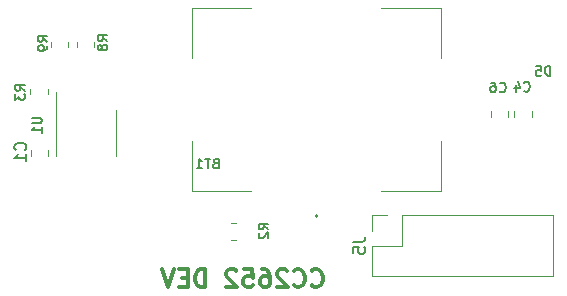
<source format=gbr>
%TF.GenerationSoftware,KiCad,Pcbnew,5.1.9-73d0e3b20d~88~ubuntu20.04.1*%
%TF.CreationDate,2021-02-15T14:30:30+00:00*%
%TF.ProjectId,daughter_board,64617567-6874-4657-925f-626f6172642e,rev?*%
%TF.SameCoordinates,Original*%
%TF.FileFunction,Legend,Bot*%
%TF.FilePolarity,Positive*%
%FSLAX46Y46*%
G04 Gerber Fmt 4.6, Leading zero omitted, Abs format (unit mm)*
G04 Created by KiCad (PCBNEW 5.1.9-73d0e3b20d~88~ubuntu20.04.1) date 2021-02-15 14:30:30*
%MOMM*%
%LPD*%
G01*
G04 APERTURE LIST*
%ADD10C,0.300000*%
%ADD11C,0.120000*%
%ADD12C,0.150000*%
G04 APERTURE END LIST*
D10*
X135610714Y-123685714D02*
X135682142Y-123757142D01*
X135896428Y-123828571D01*
X136039285Y-123828571D01*
X136253571Y-123757142D01*
X136396428Y-123614285D01*
X136467857Y-123471428D01*
X136539285Y-123185714D01*
X136539285Y-122971428D01*
X136467857Y-122685714D01*
X136396428Y-122542857D01*
X136253571Y-122400000D01*
X136039285Y-122328571D01*
X135896428Y-122328571D01*
X135682142Y-122400000D01*
X135610714Y-122471428D01*
X134110714Y-123685714D02*
X134182142Y-123757142D01*
X134396428Y-123828571D01*
X134539285Y-123828571D01*
X134753571Y-123757142D01*
X134896428Y-123614285D01*
X134967857Y-123471428D01*
X135039285Y-123185714D01*
X135039285Y-122971428D01*
X134967857Y-122685714D01*
X134896428Y-122542857D01*
X134753571Y-122400000D01*
X134539285Y-122328571D01*
X134396428Y-122328571D01*
X134182142Y-122400000D01*
X134110714Y-122471428D01*
X133539285Y-122471428D02*
X133467857Y-122400000D01*
X133325000Y-122328571D01*
X132967857Y-122328571D01*
X132825000Y-122400000D01*
X132753571Y-122471428D01*
X132682142Y-122614285D01*
X132682142Y-122757142D01*
X132753571Y-122971428D01*
X133610714Y-123828571D01*
X132682142Y-123828571D01*
X131396428Y-122328571D02*
X131682142Y-122328571D01*
X131825000Y-122400000D01*
X131896428Y-122471428D01*
X132039285Y-122685714D01*
X132110714Y-122971428D01*
X132110714Y-123542857D01*
X132039285Y-123685714D01*
X131967857Y-123757142D01*
X131825000Y-123828571D01*
X131539285Y-123828571D01*
X131396428Y-123757142D01*
X131325000Y-123685714D01*
X131253571Y-123542857D01*
X131253571Y-123185714D01*
X131325000Y-123042857D01*
X131396428Y-122971428D01*
X131539285Y-122900000D01*
X131825000Y-122900000D01*
X131967857Y-122971428D01*
X132039285Y-123042857D01*
X132110714Y-123185714D01*
X129896428Y-122328571D02*
X130610714Y-122328571D01*
X130682142Y-123042857D01*
X130610714Y-122971428D01*
X130467857Y-122900000D01*
X130110714Y-122900000D01*
X129967857Y-122971428D01*
X129896428Y-123042857D01*
X129825000Y-123185714D01*
X129825000Y-123542857D01*
X129896428Y-123685714D01*
X129967857Y-123757142D01*
X130110714Y-123828571D01*
X130467857Y-123828571D01*
X130610714Y-123757142D01*
X130682142Y-123685714D01*
X129253571Y-122471428D02*
X129182142Y-122400000D01*
X129039285Y-122328571D01*
X128682142Y-122328571D01*
X128539285Y-122400000D01*
X128467857Y-122471428D01*
X128396428Y-122614285D01*
X128396428Y-122757142D01*
X128467857Y-122971428D01*
X129325000Y-123828571D01*
X128396428Y-123828571D01*
X126610714Y-123828571D02*
X126610714Y-122328571D01*
X126253571Y-122328571D01*
X126039285Y-122400000D01*
X125896428Y-122542857D01*
X125825000Y-122685714D01*
X125753571Y-122971428D01*
X125753571Y-123185714D01*
X125825000Y-123471428D01*
X125896428Y-123614285D01*
X126039285Y-123757142D01*
X126253571Y-123828571D01*
X126610714Y-123828571D01*
X125110714Y-123042857D02*
X124610714Y-123042857D01*
X124396428Y-123828571D02*
X125110714Y-123828571D01*
X125110714Y-122328571D01*
X124396428Y-122328571D01*
X123967857Y-122328571D02*
X123467857Y-123828571D01*
X122967857Y-122328571D01*
D11*
%TO.C,C4*%
X152765000Y-109436252D02*
X152765000Y-108913748D01*
X154235000Y-109436252D02*
X154235000Y-108913748D01*
%TO.C,C1*%
X111865000Y-112736252D02*
X111865000Y-112213748D01*
X113335000Y-112736252D02*
X113335000Y-112213748D01*
%TO.C,J5*%
X156065000Y-117720000D02*
X156065000Y-122920000D01*
X143305000Y-117720000D02*
X156065000Y-117720000D01*
X140705000Y-122920000D02*
X156065000Y-122920000D01*
X143305000Y-117720000D02*
X143305000Y-120320000D01*
X143305000Y-120320000D02*
X140705000Y-120320000D01*
X140705000Y-120320000D02*
X140705000Y-122920000D01*
X142035000Y-117720000D02*
X140705000Y-117720000D01*
X140705000Y-117720000D02*
X140705000Y-119050000D01*
%TO.C,BT1*%
X146575000Y-100175000D02*
X141525000Y-100175000D01*
X125475000Y-100175000D02*
X130525000Y-100175000D01*
X146575000Y-115675000D02*
X141525000Y-115675000D01*
X125475000Y-115675000D02*
X130525000Y-115675000D01*
X146575000Y-100175000D02*
X146575000Y-104425000D01*
X146575000Y-115675000D02*
X146575000Y-111425000D01*
X125475000Y-115675000D02*
X125475000Y-111425000D01*
X125475000Y-100175000D02*
X125475000Y-104425000D01*
X136150000Y-117800000D02*
G75*
G03*
X136150000Y-117800000I-125000J0D01*
G01*
%TO.C,C6*%
X150765000Y-109436252D02*
X150765000Y-108913748D01*
X152235000Y-109436252D02*
X152235000Y-108913748D01*
%TO.C,R9*%
X115010000Y-103527064D02*
X115010000Y-103072936D01*
X113540000Y-103527064D02*
X113540000Y-103072936D01*
%TO.C,R8*%
X117185000Y-103527064D02*
X117185000Y-103072936D01*
X115715000Y-103527064D02*
X115715000Y-103072936D01*
%TO.C,U1*%
X119085000Y-110750000D02*
X119085000Y-112700000D01*
X119085000Y-110750000D02*
X119085000Y-108800000D01*
X113965000Y-110750000D02*
X113965000Y-112700000D01*
X113965000Y-110750000D02*
X113965000Y-107300000D01*
%TO.C,R3*%
X113260000Y-107047936D02*
X113260000Y-107502064D01*
X111790000Y-107047936D02*
X111790000Y-107502064D01*
%TO.C,R2*%
X129252064Y-119835000D02*
X128797936Y-119835000D01*
X129252064Y-118365000D02*
X128797936Y-118365000D01*
%TO.C,C4*%
D12*
X153586666Y-107192857D02*
X153625714Y-107231904D01*
X153742857Y-107270952D01*
X153820952Y-107270952D01*
X153938095Y-107231904D01*
X154016190Y-107153809D01*
X154055238Y-107075714D01*
X154094285Y-106919523D01*
X154094285Y-106802380D01*
X154055238Y-106646190D01*
X154016190Y-106568095D01*
X153938095Y-106490000D01*
X153820952Y-106450952D01*
X153742857Y-106450952D01*
X153625714Y-106490000D01*
X153586666Y-106529047D01*
X152883809Y-106724285D02*
X152883809Y-107270952D01*
X153079047Y-106411904D02*
X153274285Y-106997619D01*
X152766666Y-106997619D01*
%TO.C,C1*%
X111357142Y-112208333D02*
X111404761Y-112160714D01*
X111452380Y-112017857D01*
X111452380Y-111922619D01*
X111404761Y-111779761D01*
X111309523Y-111684523D01*
X111214285Y-111636904D01*
X111023809Y-111589285D01*
X110880952Y-111589285D01*
X110690476Y-111636904D01*
X110595238Y-111684523D01*
X110500000Y-111779761D01*
X110452380Y-111922619D01*
X110452380Y-112017857D01*
X110500000Y-112160714D01*
X110547619Y-112208333D01*
X111452380Y-113160714D02*
X111452380Y-112589285D01*
X111452380Y-112875000D02*
X110452380Y-112875000D01*
X110595238Y-112779761D01*
X110690476Y-112684523D01*
X110738095Y-112589285D01*
%TO.C,J5*%
X139157380Y-119986666D02*
X139871666Y-119986666D01*
X140014523Y-119939047D01*
X140109761Y-119843809D01*
X140157380Y-119700952D01*
X140157380Y-119605714D01*
X139157380Y-120939047D02*
X139157380Y-120462857D01*
X139633571Y-120415238D01*
X139585952Y-120462857D01*
X139538333Y-120558095D01*
X139538333Y-120796190D01*
X139585952Y-120891428D01*
X139633571Y-120939047D01*
X139728809Y-120986666D01*
X139966904Y-120986666D01*
X140062142Y-120939047D01*
X140109761Y-120891428D01*
X140157380Y-120796190D01*
X140157380Y-120558095D01*
X140109761Y-120462857D01*
X140062142Y-120415238D01*
%TO.C,BT1*%
X127479642Y-113341428D02*
X127362500Y-113380476D01*
X127323452Y-113419523D01*
X127284404Y-113497619D01*
X127284404Y-113614761D01*
X127323452Y-113692857D01*
X127362500Y-113731904D01*
X127440595Y-113770952D01*
X127752976Y-113770952D01*
X127752976Y-112950952D01*
X127479642Y-112950952D01*
X127401547Y-112990000D01*
X127362500Y-113029047D01*
X127323452Y-113107142D01*
X127323452Y-113185238D01*
X127362500Y-113263333D01*
X127401547Y-113302380D01*
X127479642Y-113341428D01*
X127752976Y-113341428D01*
X127050119Y-112950952D02*
X126581547Y-112950952D01*
X126815833Y-113770952D02*
X126815833Y-112950952D01*
X125878690Y-113770952D02*
X126347261Y-113770952D01*
X126112976Y-113770952D02*
X126112976Y-112950952D01*
X126191071Y-113068095D01*
X126269166Y-113146190D01*
X126347261Y-113185238D01*
%TO.C,C6*%
X151536666Y-107242857D02*
X151575714Y-107281904D01*
X151692857Y-107320952D01*
X151770952Y-107320952D01*
X151888095Y-107281904D01*
X151966190Y-107203809D01*
X152005238Y-107125714D01*
X152044285Y-106969523D01*
X152044285Y-106852380D01*
X152005238Y-106696190D01*
X151966190Y-106618095D01*
X151888095Y-106540000D01*
X151770952Y-106500952D01*
X151692857Y-106500952D01*
X151575714Y-106540000D01*
X151536666Y-106579047D01*
X150833809Y-106500952D02*
X150990000Y-106500952D01*
X151068095Y-106540000D01*
X151107142Y-106579047D01*
X151185238Y-106696190D01*
X151224285Y-106852380D01*
X151224285Y-107164761D01*
X151185238Y-107242857D01*
X151146190Y-107281904D01*
X151068095Y-107320952D01*
X150911904Y-107320952D01*
X150833809Y-107281904D01*
X150794761Y-107242857D01*
X150755714Y-107164761D01*
X150755714Y-106969523D01*
X150794761Y-106891428D01*
X150833809Y-106852380D01*
X150911904Y-106813333D01*
X151068095Y-106813333D01*
X151146190Y-106852380D01*
X151185238Y-106891428D01*
X151224285Y-106969523D01*
%TO.C,R9*%
X113245952Y-103038333D02*
X112855476Y-102765000D01*
X113245952Y-102569761D02*
X112425952Y-102569761D01*
X112425952Y-102882142D01*
X112465000Y-102960238D01*
X112504047Y-102999285D01*
X112582142Y-103038333D01*
X112699285Y-103038333D01*
X112777380Y-102999285D01*
X112816428Y-102960238D01*
X112855476Y-102882142D01*
X112855476Y-102569761D01*
X113245952Y-103428809D02*
X113245952Y-103585000D01*
X113206904Y-103663095D01*
X113167857Y-103702142D01*
X113050714Y-103780238D01*
X112894523Y-103819285D01*
X112582142Y-103819285D01*
X112504047Y-103780238D01*
X112465000Y-103741190D01*
X112425952Y-103663095D01*
X112425952Y-103506904D01*
X112465000Y-103428809D01*
X112504047Y-103389761D01*
X112582142Y-103350714D01*
X112777380Y-103350714D01*
X112855476Y-103389761D01*
X112894523Y-103428809D01*
X112933571Y-103506904D01*
X112933571Y-103663095D01*
X112894523Y-103741190D01*
X112855476Y-103780238D01*
X112777380Y-103819285D01*
%TO.C,R8*%
X118320952Y-102988333D02*
X117930476Y-102715000D01*
X118320952Y-102519761D02*
X117500952Y-102519761D01*
X117500952Y-102832142D01*
X117540000Y-102910238D01*
X117579047Y-102949285D01*
X117657142Y-102988333D01*
X117774285Y-102988333D01*
X117852380Y-102949285D01*
X117891428Y-102910238D01*
X117930476Y-102832142D01*
X117930476Y-102519761D01*
X117852380Y-103456904D02*
X117813333Y-103378809D01*
X117774285Y-103339761D01*
X117696190Y-103300714D01*
X117657142Y-103300714D01*
X117579047Y-103339761D01*
X117540000Y-103378809D01*
X117500952Y-103456904D01*
X117500952Y-103613095D01*
X117540000Y-103691190D01*
X117579047Y-103730238D01*
X117657142Y-103769285D01*
X117696190Y-103769285D01*
X117774285Y-103730238D01*
X117813333Y-103691190D01*
X117852380Y-103613095D01*
X117852380Y-103456904D01*
X117891428Y-103378809D01*
X117930476Y-103339761D01*
X118008571Y-103300714D01*
X118164761Y-103300714D01*
X118242857Y-103339761D01*
X118281904Y-103378809D01*
X118320952Y-103456904D01*
X118320952Y-103613095D01*
X118281904Y-103691190D01*
X118242857Y-103730238D01*
X118164761Y-103769285D01*
X118008571Y-103769285D01*
X117930476Y-103730238D01*
X117891428Y-103691190D01*
X117852380Y-103613095D01*
%TO.C,U1*%
X111950952Y-109475238D02*
X112614761Y-109475238D01*
X112692857Y-109514285D01*
X112731904Y-109553333D01*
X112770952Y-109631428D01*
X112770952Y-109787619D01*
X112731904Y-109865714D01*
X112692857Y-109904761D01*
X112614761Y-109943809D01*
X111950952Y-109943809D01*
X112770952Y-110763809D02*
X112770952Y-110295238D01*
X112770952Y-110529523D02*
X111950952Y-110529523D01*
X112068095Y-110451428D01*
X112146190Y-110373333D01*
X112185238Y-110295238D01*
%TO.C,D5*%
X155830238Y-105920952D02*
X155830238Y-105100952D01*
X155635000Y-105100952D01*
X155517857Y-105140000D01*
X155439761Y-105218095D01*
X155400714Y-105296190D01*
X155361666Y-105452380D01*
X155361666Y-105569523D01*
X155400714Y-105725714D01*
X155439761Y-105803809D01*
X155517857Y-105881904D01*
X155635000Y-105920952D01*
X155830238Y-105920952D01*
X154619761Y-105100952D02*
X155010238Y-105100952D01*
X155049285Y-105491428D01*
X155010238Y-105452380D01*
X154932142Y-105413333D01*
X154736904Y-105413333D01*
X154658809Y-105452380D01*
X154619761Y-105491428D01*
X154580714Y-105569523D01*
X154580714Y-105764761D01*
X154619761Y-105842857D01*
X154658809Y-105881904D01*
X154736904Y-105920952D01*
X154932142Y-105920952D01*
X155010238Y-105881904D01*
X155049285Y-105842857D01*
%TO.C,R3*%
X111345952Y-107188333D02*
X110955476Y-106915000D01*
X111345952Y-106719761D02*
X110525952Y-106719761D01*
X110525952Y-107032142D01*
X110565000Y-107110238D01*
X110604047Y-107149285D01*
X110682142Y-107188333D01*
X110799285Y-107188333D01*
X110877380Y-107149285D01*
X110916428Y-107110238D01*
X110955476Y-107032142D01*
X110955476Y-106719761D01*
X110525952Y-107461666D02*
X110525952Y-107969285D01*
X110838333Y-107695952D01*
X110838333Y-107813095D01*
X110877380Y-107891190D01*
X110916428Y-107930238D01*
X110994523Y-107969285D01*
X111189761Y-107969285D01*
X111267857Y-107930238D01*
X111306904Y-107891190D01*
X111345952Y-107813095D01*
X111345952Y-107578809D01*
X111306904Y-107500714D01*
X111267857Y-107461666D01*
%TO.C,R2*%
X131945952Y-118913333D02*
X131555476Y-118640000D01*
X131945952Y-118444761D02*
X131125952Y-118444761D01*
X131125952Y-118757142D01*
X131165000Y-118835238D01*
X131204047Y-118874285D01*
X131282142Y-118913333D01*
X131399285Y-118913333D01*
X131477380Y-118874285D01*
X131516428Y-118835238D01*
X131555476Y-118757142D01*
X131555476Y-118444761D01*
X131204047Y-119225714D02*
X131165000Y-119264761D01*
X131125952Y-119342857D01*
X131125952Y-119538095D01*
X131165000Y-119616190D01*
X131204047Y-119655238D01*
X131282142Y-119694285D01*
X131360238Y-119694285D01*
X131477380Y-119655238D01*
X131945952Y-119186666D01*
X131945952Y-119694285D01*
%TD*%
M02*

</source>
